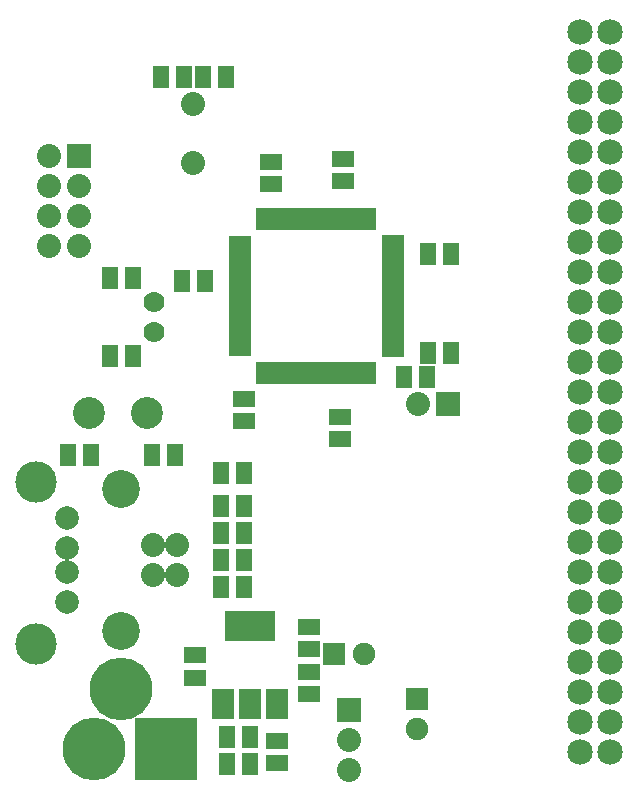
<source format=gts>
G04 (created by PCBNEW-RS274X (2011-03-30 BZR 2932)-stable) date 28/04/2011 12:56:03 p.m.*
G01*
G70*
G90*
%MOIN*%
G04 Gerber Fmt 3.4, Leading zero omitted, Abs format*
%FSLAX34Y34*%
G04 APERTURE LIST*
%ADD10C,0.006000*%
%ADD11R,0.075000X0.030500*%
%ADD12R,0.030500X0.075000*%
%ADD13C,0.070000*%
%ADD14R,0.055000X0.075000*%
%ADD15R,0.075000X0.055000*%
%ADD16C,0.080000*%
%ADD17C,0.126300*%
%ADD18R,0.170000X0.100000*%
%ADD19R,0.075000X0.100000*%
%ADD20C,0.085000*%
%ADD21C,0.209000*%
%ADD22R,0.209000X0.209000*%
%ADD23R,0.080000X0.080000*%
%ADD24C,0.106600*%
%ADD25C,0.079100*%
%ADD26C,0.138100*%
%ADD27R,0.075000X0.075000*%
%ADD28C,0.075000*%
G04 APERTURE END LIST*
G54D10*
G54D11*
X15541Y-13728D03*
G54D12*
X16228Y-18159D03*
G54D10*
G36*
X20284Y-17320D02*
X21034Y-17320D01*
X21034Y-17624D01*
X20284Y-17624D01*
X20284Y-17320D01*
X20284Y-17320D01*
G37*
G54D12*
X19972Y-13041D03*
G54D11*
X15541Y-13925D03*
G54D12*
X16425Y-18159D03*
G54D10*
G36*
X20284Y-17123D02*
X21034Y-17123D01*
X21034Y-17427D01*
X20284Y-17427D01*
X20284Y-17123D01*
X20284Y-17123D01*
G37*
G54D12*
X19775Y-13041D03*
G54D11*
X15541Y-14122D03*
G54D12*
X16622Y-18159D03*
G54D10*
G36*
X20284Y-16926D02*
X21034Y-16926D01*
X21034Y-17230D01*
X20284Y-17230D01*
X20284Y-16926D01*
X20284Y-16926D01*
G37*
G54D12*
X19578Y-13041D03*
G54D11*
X15541Y-14319D03*
G54D12*
X16819Y-18159D03*
G54D10*
G36*
X20284Y-16729D02*
X21034Y-16729D01*
X21034Y-17033D01*
X20284Y-17033D01*
X20284Y-16729D01*
X20284Y-16729D01*
G37*
G54D12*
X19381Y-13041D03*
G54D11*
X15541Y-14516D03*
G54D12*
X17016Y-18159D03*
G54D10*
G36*
X20284Y-16532D02*
X21034Y-16532D01*
X21034Y-16836D01*
X20284Y-16836D01*
X20284Y-16532D01*
X20284Y-16532D01*
G37*
G54D12*
X19184Y-13041D03*
G54D11*
X15541Y-14713D03*
G54D12*
X17213Y-18159D03*
G54D10*
G36*
X20284Y-16335D02*
X21034Y-16335D01*
X21034Y-16639D01*
X20284Y-16639D01*
X20284Y-16335D01*
X20284Y-16335D01*
G37*
G54D12*
X18987Y-13041D03*
G54D11*
X15541Y-14910D03*
G54D12*
X17410Y-18159D03*
G54D10*
G36*
X20284Y-16138D02*
X21034Y-16138D01*
X21034Y-16442D01*
X20284Y-16442D01*
X20284Y-16138D01*
X20284Y-16138D01*
G37*
G54D12*
X18790Y-13041D03*
G54D11*
X15541Y-15107D03*
G54D12*
X17607Y-18159D03*
G54D10*
G36*
X20284Y-15941D02*
X21034Y-15941D01*
X21034Y-16245D01*
X20284Y-16245D01*
X20284Y-15941D01*
X20284Y-15941D01*
G37*
G54D12*
X18593Y-13041D03*
G54D11*
X15541Y-15304D03*
G54D12*
X17804Y-18159D03*
G54D10*
G36*
X20284Y-15744D02*
X21034Y-15744D01*
X21034Y-16048D01*
X20284Y-16048D01*
X20284Y-15744D01*
X20284Y-15744D01*
G37*
G54D12*
X18396Y-13041D03*
G54D11*
X15541Y-15501D03*
G54D12*
X18001Y-18159D03*
G54D10*
G36*
X20284Y-15547D02*
X21034Y-15547D01*
X21034Y-15851D01*
X20284Y-15851D01*
X20284Y-15547D01*
X20284Y-15547D01*
G37*
G54D12*
X18199Y-13041D03*
G54D11*
X15541Y-15698D03*
G54D12*
X18198Y-18159D03*
G54D10*
G36*
X20284Y-15350D02*
X21034Y-15350D01*
X21034Y-15654D01*
X20284Y-15654D01*
X20284Y-15350D01*
X20284Y-15350D01*
G37*
G54D12*
X18002Y-13041D03*
G54D11*
X15541Y-15895D03*
G54D12*
X18395Y-18159D03*
G54D10*
G36*
X20284Y-15153D02*
X21034Y-15153D01*
X21034Y-15457D01*
X20284Y-15457D01*
X20284Y-15153D01*
X20284Y-15153D01*
G37*
G54D12*
X17805Y-13041D03*
G54D11*
X15541Y-16092D03*
G54D12*
X18592Y-18159D03*
G54D10*
G36*
X20284Y-14956D02*
X21034Y-14956D01*
X21034Y-15260D01*
X20284Y-15260D01*
X20284Y-14956D01*
X20284Y-14956D01*
G37*
G54D12*
X17608Y-13041D03*
G54D11*
X15541Y-16289D03*
G54D12*
X18789Y-18159D03*
G54D10*
G36*
X20284Y-14759D02*
X21034Y-14759D01*
X21034Y-15063D01*
X20284Y-15063D01*
X20284Y-14759D01*
X20284Y-14759D01*
G37*
G54D12*
X17411Y-13041D03*
G54D11*
X15541Y-16486D03*
G54D12*
X18986Y-18159D03*
G54D10*
G36*
X20284Y-14562D02*
X21034Y-14562D01*
X21034Y-14866D01*
X20284Y-14866D01*
X20284Y-14562D01*
X20284Y-14562D01*
G37*
G54D12*
X17214Y-13041D03*
G54D11*
X15541Y-16683D03*
G54D12*
X19183Y-18159D03*
G54D10*
G36*
X20284Y-14365D02*
X21034Y-14365D01*
X21034Y-14669D01*
X20284Y-14669D01*
X20284Y-14365D01*
X20284Y-14365D01*
G37*
G54D12*
X17017Y-13041D03*
G54D11*
X15541Y-16880D03*
G54D12*
X19380Y-18159D03*
G54D10*
G36*
X20284Y-14168D02*
X21034Y-14168D01*
X21034Y-14472D01*
X20284Y-14472D01*
X20284Y-14168D01*
X20284Y-14168D01*
G37*
G54D12*
X16820Y-13041D03*
G54D11*
X15541Y-17077D03*
G54D12*
X19577Y-18159D03*
G54D10*
G36*
X20284Y-13971D02*
X21034Y-13971D01*
X21034Y-14275D01*
X20284Y-14275D01*
X20284Y-13971D01*
X20284Y-13971D01*
G37*
G54D12*
X16623Y-13041D03*
G54D11*
X15541Y-17274D03*
G54D12*
X19774Y-18159D03*
G54D10*
G36*
X20284Y-13774D02*
X21034Y-13774D01*
X21034Y-14078D01*
X20284Y-14078D01*
X20284Y-13774D01*
X20284Y-13774D01*
G37*
G54D12*
X16426Y-13041D03*
G54D11*
X15541Y-17471D03*
G54D12*
X19971Y-18159D03*
G54D10*
G36*
X20284Y-13577D02*
X21034Y-13577D01*
X21034Y-13881D01*
X20284Y-13881D01*
X20284Y-13577D01*
X20284Y-13577D01*
G37*
G54D12*
X16229Y-13041D03*
G54D13*
X12700Y-16800D03*
X12700Y-15800D03*
G54D14*
X14325Y-08300D03*
X15075Y-08300D03*
X13625Y-15100D03*
X14375Y-15100D03*
X22575Y-17500D03*
X21825Y-17500D03*
X22575Y-14200D03*
X21825Y-14200D03*
G54D15*
X19000Y-11025D03*
X19000Y-11775D03*
X16600Y-11125D03*
X16600Y-11875D03*
X18900Y-20375D03*
X18900Y-19625D03*
X15700Y-19775D03*
X15700Y-19025D03*
G54D14*
X10575Y-20900D03*
X09825Y-20900D03*
X12625Y-20900D03*
X13375Y-20900D03*
X11225Y-15000D03*
X11975Y-15000D03*
X11225Y-17600D03*
X11975Y-17600D03*
X13675Y-08300D03*
X12925Y-08300D03*
G54D16*
X14000Y-09216D03*
X14000Y-11184D03*
G54D14*
X14925Y-21500D03*
X15675Y-21500D03*
X14925Y-22600D03*
X15675Y-22600D03*
G54D16*
X13450Y-23900D03*
X13450Y-24900D03*
X12663Y-24900D03*
X12663Y-23900D03*
G54D17*
X11600Y-22038D03*
X11600Y-26762D03*
G54D14*
X14925Y-24400D03*
X15675Y-24400D03*
X14925Y-25300D03*
X15675Y-25300D03*
X14925Y-23500D03*
X15675Y-23500D03*
G54D15*
X16800Y-30425D03*
X16800Y-31175D03*
G54D14*
X15875Y-31200D03*
X15125Y-31200D03*
X15875Y-30300D03*
X15125Y-30300D03*
G54D18*
X15900Y-26600D03*
G54D19*
X15900Y-29200D03*
X16800Y-29200D03*
X15000Y-29200D03*
G54D20*
X27900Y-18800D03*
X26900Y-18800D03*
X27900Y-17800D03*
X26900Y-17800D03*
X27900Y-16800D03*
X26900Y-16800D03*
X26900Y-13800D03*
X27900Y-13800D03*
X26900Y-14800D03*
X27900Y-14800D03*
X26900Y-15800D03*
X27900Y-15800D03*
X27900Y-09800D03*
X26900Y-09800D03*
X27900Y-08800D03*
X26900Y-08800D03*
X26900Y-10800D03*
X27900Y-10800D03*
X26900Y-11800D03*
X27900Y-11800D03*
X26900Y-12800D03*
X27900Y-12800D03*
X27900Y-24800D03*
X26900Y-24800D03*
X27900Y-23800D03*
X26900Y-23800D03*
X27900Y-22800D03*
X26900Y-22800D03*
X26900Y-19800D03*
X27900Y-19800D03*
X26900Y-20800D03*
X27900Y-20800D03*
X26900Y-21800D03*
X27900Y-21800D03*
X27900Y-27800D03*
X26900Y-27800D03*
X27900Y-26800D03*
X26900Y-26800D03*
X27900Y-25800D03*
X26900Y-25800D03*
X26900Y-06800D03*
X27900Y-06800D03*
X26900Y-07800D03*
X27900Y-07800D03*
X26900Y-28800D03*
X27900Y-28800D03*
X26900Y-29800D03*
X27900Y-29800D03*
X26900Y-30800D03*
X27900Y-30800D03*
G54D21*
X10700Y-30700D03*
G54D22*
X13100Y-30700D03*
G54D21*
X11600Y-28700D03*
G54D23*
X22500Y-19200D03*
G54D16*
X21500Y-19200D03*
G54D15*
X14050Y-27575D03*
X14050Y-28325D03*
G54D14*
X21025Y-18300D03*
X21775Y-18300D03*
G54D23*
X19200Y-29400D03*
G54D16*
X19200Y-30400D03*
X19200Y-31400D03*
G54D24*
X10535Y-19500D03*
X12465Y-19500D03*
G54D23*
X10200Y-10950D03*
G54D16*
X09200Y-10950D03*
X10200Y-11950D03*
X09200Y-11950D03*
X10200Y-12950D03*
X09200Y-12950D03*
X10200Y-13950D03*
X09200Y-13950D03*
G54D25*
X09803Y-23009D03*
X09803Y-24009D03*
X09803Y-24809D03*
X09803Y-25809D03*
G54D26*
X08753Y-21809D03*
X08753Y-27209D03*
G54D27*
X18700Y-27550D03*
G54D28*
X19700Y-27550D03*
G54D27*
X21450Y-29050D03*
G54D28*
X21450Y-30050D03*
G54D15*
X17850Y-28125D03*
X17850Y-28875D03*
X17850Y-26625D03*
X17850Y-27375D03*
M02*

</source>
